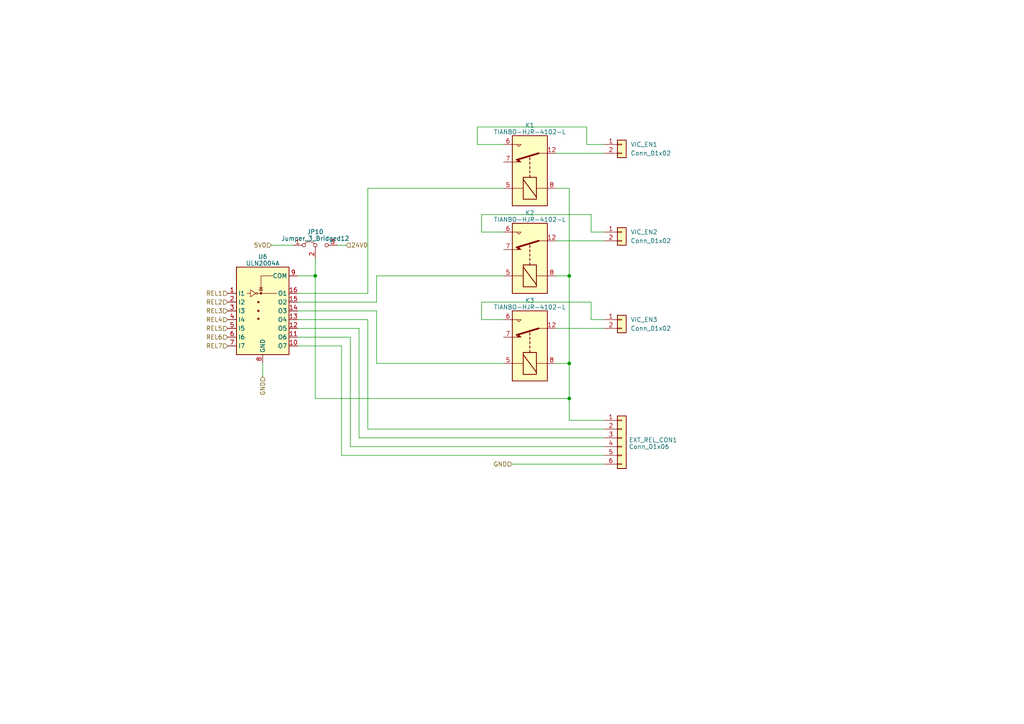
<source format=kicad_sch>
(kicad_sch (version 20230121) (generator eeschema)
  (paper "A4")
  (lib_symbols
    (symbol "Connector_Generic:Conn_01x02" (pin_names (offset 1.016) hide)
      (property "Reference" "J" (at 0 2.54 0))
      (property "Value" "Conn_01x02" (at 0 -5.08 0))
      (symbol "Conn_01x02_1_1"
        (rectangle (start -1.27 -2.413) (end 0 -2.667) (stroke (width 0.1524)))
        (rectangle (start -1.27 0.127) (end 0 -0.127) (stroke (width 0.1524)))
        (rectangle (start -1.27 1.27) (end 1.27 -3.81) (stroke (width 0.254)) (fill (type background)))
        (pin passive line (at -5.08 0 0) (length 3.81) (name "Pin_1") (number "1"))
        (pin passive line (at -5.08 -2.54 0) (length 3.81) (name "Pin_2") (number "2"))
      )
    )
    (symbol "Connector_Generic:Conn_01x06" (pin_names (offset 1.016) hide)
      (property "Reference" "J" (at 0 7.62 0))
      (property "Value" "Conn_01x06" (at 0 -10.16 0))
      (symbol "Conn_01x06_1_1"
        (rectangle (start -1.27 -7.493) (end 0 -7.747) (stroke (width 0.1524)))
        (rectangle (start -1.27 -4.953) (end 0 -5.207) (stroke (width 0.1524)))
        (rectangle (start -1.27 -2.413) (end 0 -2.667) (stroke (width 0.1524)))
        (rectangle (start -1.27 0.127) (end 0 -0.127) (stroke (width 0.1524)))
        (rectangle (start -1.27 2.667) (end 0 2.413) (stroke (width 0.1524)))
        (rectangle (start -1.27 5.207) (end 0 4.953) (stroke (width 0.1524)))
        (rectangle (start -1.27 6.35) (end 1.27 -8.89) (stroke (width 0.254)) (fill (type background)))
        (pin passive line (at -5.08 5.08 0) (length 3.81) (name "Pin_1") (number "1"))
        (pin passive line (at -5.08 2.54 0) (length 3.81) (name "Pin_2") (number "2"))
        (pin passive line (at -5.08 0 0) (length 3.81) (name "Pin_3") (number "3"))
        (pin passive line (at -5.08 -2.54 0) (length 3.81) (name "Pin_4") (number "4"))
        (pin passive line (at -5.08 -5.08 0) (length 3.81) (name "Pin_5") (number "5"))
        (pin passive line (at -5.08 -7.62 0) (length 3.81) (name "Pin_6") (number "6"))
      )
    )
    (symbol "Jumper:Jumper_3_Bridged12" (pin_names (offset 0) hide)
      (property "Reference" "JP" (at -2.54 -2.54 0))
      (property "Value" "Jumper_3_Bridged12" (at 0 2.794 0))
      (symbol "Jumper_3_Bridged12_0_0"
        (circle (center -3.302 0) (radius 0.508))
        (circle (center 0 0) (radius 0.508))
        (circle (center 3.302 0) (radius 0.508))
      )
      (symbol "Jumper_3_Bridged12_0_1"
        (arc (start -0.254 0.508) (mid -1.651 0.9912) (end -3.048 0.508))
        (polyline (pts (xy 0 -1.27) (xy 0 -0.508)))
      )
      (symbol "Jumper_3_Bridged12_1_1"
        (pin passive line (at -6.35 0 0) (length 2.54) (name "A") (number "1"))
        (pin passive line (at 0 -3.81 90) (length 2.54) (name "C") (number "2"))
        (pin passive line (at 6.35 0 180) (length 2.54) (name "B") (number "3"))
      )
    )
    (symbol "Relay:TIANBO-HJR-4102-L"
      (property "Reference" "K" (at 11.43 3.81 0))
      (property "Value" "TIANBO-HJR-4102-L" (at 11.43 1.27 0))
      (symbol "TIANBO-HJR-4102-L_0_0"
        (polyline (pts (xy 7.62 5.08) (xy 7.62 2.54) (xy 6.985 3.175) (xy 7.62 3.81)))
      )
      (symbol "TIANBO-HJR-4102-L_0_1"
        (rectangle (start -10.16 5.08) (end 10.16 -5.08) (stroke (width 0.254)) (fill (type background)))
        (rectangle (start -8.255 1.905) (end -1.905 -1.905) (stroke (width 0.254)))
        (polyline (pts (xy -7.62 -1.905) (xy -2.54 1.905)) (stroke (width 0.254)))
        (polyline (pts (xy -5.08 -5.08) (xy -5.08 -1.905)))
        (polyline (pts (xy -5.08 5.08) (xy -5.08 1.905)))
        (polyline (pts (xy -1.905 0) (xy -1.27 0)) (stroke (width 0.254)))
        (polyline (pts (xy -0.635 0) (xy 0 0)) (stroke (width 0.254)))
        (polyline (pts (xy 0.635 0) (xy 1.27 0)) (stroke (width 0.254)))
        (polyline (pts (xy 1.905 0) (xy 2.54 0)) (stroke (width 0.254)))
        (polyline (pts (xy 3.175 0) (xy 3.81 0)) (stroke (width 0.254)))
        (polyline (pts (xy 5.08 -2.54) (xy 3.175 3.81)) (stroke (width 0.508)))
        (polyline (pts (xy 5.08 -2.54) (xy 5.08 -5.08)))
        (polyline (pts (xy 2.54 5.08) (xy 2.54 2.54) (xy 3.175 3.175) (xy 2.54 3.81)) (fill (type outline)))
      )
      (symbol "TIANBO-HJR-4102-L_1_1"
        (pin passive line (at 5.08 -7.62 90) (length 2.54) (name "~") (number "12"))
        (pin passive line (at -5.08 7.62 270) (length 2.54) (name "~") (number "5"))
        (pin passive line (at 7.62 7.62 270) (length 2.54) (name "~") (number "6"))
        (pin passive line (at 2.54 7.62 270) (length 2.54) (name "~") (number "7"))
        (pin passive line (at -5.08 -7.62 90) (length 2.54) (name "~") (number "8"))
      )
    )
    (symbol "Transistor_Array:ULN2004A"
      (property "Reference" "U" (at 0 15.875 0))
      (property "Value" "ULN2004A" (at 0 13.97 0))
      (symbol "ULN2004A_0_1"
        (rectangle (start -7.62 -12.7) (end 7.62 12.7) (stroke (width 0.254)) (fill (type background)))
        (circle (center -1.778 5.08) (radius 0.254))
        (circle (center -1.27 -2.286) (radius 0.254) (fill (type outline)))
        (circle (center -1.27 0) (radius 0.254) (fill (type outline)))
        (circle (center -1.27 2.54) (radius 0.254) (fill (type outline)))
        (circle (center -0.508 5.08) (radius 0.254) (fill (type outline)))
        (polyline (pts (xy -4.572 5.08) (xy -3.556 5.08)))
        (polyline (pts (xy -1.524 5.08) (xy 4.064 5.08)))
        (polyline (pts (xy 0 6.731) (xy -1.016 6.731)))
        (polyline (pts (xy -0.508 5.08) (xy -0.508 10.16) (xy 2.921 10.16)))
        (polyline (pts (xy -3.556 6.096) (xy -3.556 4.064) (xy -2.032 5.08) (xy -3.556 6.096)))
        (polyline (pts (xy 0 5.969) (xy -1.016 5.969) (xy -0.508 6.731) (xy 0 5.969)))
      )
      (symbol "ULN2004A_1_1"
        (pin input line (at -10.16 5.08 0) (length 2.54) (name "I1") (number "1"))
        (pin open_collector line (at 10.16 -10.16 180) (length 2.54) (name "O7") (number "10"))
        (pin open_collector line (at 10.16 -7.62 180) (length 2.54) (name "O6") (number "11"))
        (pin open_collector line (at 10.16 -5.08 180) (length 2.54) (name "O5") (number "12"))
        (pin open_collector line (at 10.16 -2.54 180) (length 2.54) (name "O4") (number "13"))
        (pin open_collector line (at 10.16 0 180) (length 2.54) (name "O3") (number "14"))
        (pin open_collector line (at 10.16 2.54 180) (length 2.54) (name "O2") (number "15"))
        (pin open_collector line (at 10.16 5.08 180) (length 2.54) (name "O1") (number "16"))
        (pin input line (at -10.16 2.54 0) (length 2.54) (name "I2") (number "2"))
        (pin input line (at -10.16 0 0) (length 2.54) (name "I3") (number "3"))
        (pin input line (at -10.16 -2.54 0) (length 2.54) (name "I4") (number "4"))
        (pin input line (at -10.16 -5.08 0) (length 2.54) (name "I5") (number "5"))
        (pin input line (at -10.16 -7.62 0) (length 2.54) (name "I6") (number "6"))
        (pin input line (at -10.16 -10.16 0) (length 2.54) (name "I7") (number "7"))
        (pin power_in line (at 0 -15.24 90) (length 2.54) (name "GND") (number "8"))
        (pin passive line (at 10.16 10.16 180) (length 2.54) (name "COM") (number "9"))
      )
    )
  )
  (junction (at 165.1 80.01))
  (junction (at 165.1 105.41))
  (junction (at 91.44 80.01))
  (junction (at 165.1 115.57))
  (wire (pts (xy 104.14 127) (xy 175.26 127)))
  (wire (pts (xy 161.29 69.85) (xy 175.26 69.85)))
  (wire (pts (xy 138.43 41.91) (xy 138.43 36.83)))
  (wire (pts (xy 91.44 115.57) (xy 91.44 80.01)))
  (wire (pts (xy 109.22 90.17) (xy 109.22 105.41)))
  (wire (pts (xy 86.36 87.63) (xy 109.22 87.63)))
  (wire (pts (xy 139.7 92.71) (xy 139.7 87.63)))
  (wire (pts (xy 109.22 87.63) (xy 109.22 80.01)))
  (wire (pts (xy 91.44 115.57) (xy 165.1 115.57)))
  (wire (pts (xy 161.29 105.41) (xy 165.1 105.41)))
  (wire (pts (xy 165.1 105.41) (xy 165.1 115.57)))
  (wire (pts (xy 109.22 80.01) (xy 146.05 80.01)))
  (wire (pts (xy 171.45 87.63) (xy 171.45 92.71)))
  (wire (pts (xy 91.44 74.93) (xy 91.44 80.01)))
  (wire (pts (xy 106.68 92.71) (xy 106.68 124.46)))
  (wire (pts (xy 161.29 80.01) (xy 165.1 80.01)))
  (wire (pts (xy 99.06 132.08) (xy 99.06 100.33)))
  (wire (pts (xy 139.7 87.63) (xy 171.45 87.63)))
  (wire (pts (xy 101.6 97.79) (xy 86.36 97.79)))
  (wire (pts (xy 101.6 129.54) (xy 101.6 97.79)))
  (wire (pts (xy 171.45 92.71) (xy 175.26 92.71)))
  (wire (pts (xy 175.26 134.62) (xy 148.59 134.62)))
  (wire (pts (xy 86.36 95.25) (xy 104.14 95.25)))
  (wire (pts (xy 146.05 67.31) (xy 139.7 67.31)))
  (wire (pts (xy 86.36 80.01) (xy 91.44 80.01)))
  (wire (pts (xy 170.18 36.83) (xy 170.18 41.91)))
  (wire (pts (xy 139.7 62.23) (xy 171.45 62.23)))
  (wire (pts (xy 165.1 121.92) (xy 175.26 121.92)))
  (wire (pts (xy 86.36 85.09) (xy 106.68 85.09)))
  (wire (pts (xy 78.74 71.12) (xy 85.09 71.12)))
  (wire (pts (xy 104.14 95.25) (xy 104.14 127)))
  (wire (pts (xy 171.45 62.23) (xy 171.45 67.31)))
  (wire (pts (xy 106.68 85.09) (xy 106.68 54.61)))
  (wire (pts (xy 165.1 80.01) (xy 165.1 105.41)))
  (wire (pts (xy 161.29 44.45) (xy 175.26 44.45)))
  (wire (pts (xy 109.22 105.41) (xy 146.05 105.41)))
  (wire (pts (xy 175.26 124.46) (xy 106.68 124.46)))
  (wire (pts (xy 175.26 129.54) (xy 101.6 129.54)))
  (wire (pts (xy 86.36 90.17) (xy 109.22 90.17)))
  (wire (pts (xy 175.26 132.08) (xy 99.06 132.08)))
  (wire (pts (xy 161.29 54.61) (xy 165.1 54.61)))
  (wire (pts (xy 76.2 105.41) (xy 76.2 109.22)))
  (wire (pts (xy 146.05 92.71) (xy 139.7 92.71)))
  (wire (pts (xy 86.36 92.71) (xy 106.68 92.71)))
  (wire (pts (xy 99.06 100.33) (xy 86.36 100.33)))
  (wire (pts (xy 146.05 41.91) (xy 138.43 41.91)))
  (wire (pts (xy 161.29 95.25) (xy 175.26 95.25)))
  (wire (pts (xy 139.7 67.31) (xy 139.7 62.23)))
  (wire (pts (xy 97.79 71.12) (xy 100.33 71.12)))
  (wire (pts (xy 106.68 54.61) (xy 146.05 54.61)))
  (wire (pts (xy 165.1 115.57) (xy 165.1 121.92)))
  (wire (pts (xy 170.18 41.91) (xy 175.26 41.91)))
  (wire (pts (xy 165.1 54.61) (xy 165.1 80.01)))
  (wire (pts (xy 138.43 36.83) (xy 170.18 36.83)))
  (wire (pts (xy 171.45 67.31) (xy 175.26 67.31)))
  (hierarchical_label "24V0" (shape input) (at 100.33 71.12 0))
  (hierarchical_label "REL2" (shape input) (at 66.04 87.63 180))
  (hierarchical_label "REL7" (shape input) (at 66.04 100.33 180))
  (hierarchical_label "GND" (shape input) (at 148.59 134.62 180))
  (hierarchical_label "REL5" (shape input) (at 66.04 95.25 180))
  (hierarchical_label "5V0" (shape input) (at 78.74 71.12 180))
  (hierarchical_label "REL6" (shape input) (at 66.04 97.79 180))
  (hierarchical_label "GND" (shape input) (at 76.2 109.22 270))
  (hierarchical_label "REL1" (shape input) (at 66.04 85.09 180))
  (hierarchical_label "REL3" (shape input) (at 66.04 90.17 180))
  (hierarchical_label "REL4" (shape input) (at 66.04 92.71 180))
  (symbol (lib_id "Transistor_Array:ULN2004A") (at 76.2 90.17 0) (unit 1)
    (property "Reference" "U6" (at 76.2 74.4601 0))
    (property "Value" "ULN2004A" (at 76.2 76.3811 0))
    (property "Footprint" "Package_SO:TSSOP-16_4.4x5mm_P0.65mm" (effects hide))
    (property "Datasheet" "http://www.ti.com/lit/ds/symlink/uln2003a.pdf" (effects hide))
  )
  (symbol (lib_id "Relay:TIANBO-HJR-4102-L") (at 153.67 100.33 90) (unit 1)
    (property "Reference" "K3" (at 153.67 87.1601 90))
    (property "Value" "TIANBO-HJR-4102-L" (at 153.67 89.0811 90))
    (property "Footprint" "Relay_THT:Relay_SPDT_HJR-4102" (effects hide))
    (property "Datasheet" "https://cdn-reichelt.de/documents/datenblatt/C300/DS_HJR4102E.pdf" (effects hide))
    (property "Field4" "https://www.reichelt.de/dil-miniaturrelais-hjr-4102-24v-1-wechsler-5a-hjr-4102-l-24v-p101952.html?&nbc=1" (effects hide))
  )
  (symbol (lib_id "Connector_Generic:Conn_01x06") (at 180.34 127 0) (unit 1)
    (property "Reference" "EXT_REL_CON1" (at 182.372 127.6263 0) (effects (justify left)))
    (property "Value" "Conn_01x06" (at 182.372 129.5473 0) (effects (justify left)))
    (property "Footprint" "Connector_JST:JST_XH_B5B-XH-A_1x05_P2.50mm_Vertical" (effects hide))
  )
  (symbol (lib_id "Relay:TIANBO-HJR-4102-L") (at 153.67 49.53 90) (unit 1)
    (property "Reference" "K1" (at 153.67 36.3601 90))
    (property "Value" "TIANBO-HJR-4102-L" (at 153.67 38.2811 90))
    (property "Footprint" "Relay_THT:Relay_SPDT_HJR-4102" (effects hide))
    (property "Datasheet" "https://cdn-reichelt.de/documents/datenblatt/C300/DS_HJR4102E.pdf" (effects hide))
    (property "Field4" "https://www.reichelt.de/dil-miniaturrelais-hjr-4102-24v-1-wechsler-5a-hjr-4102-l-24v-p101952.html?&nbc=1" (effects hide))
  )
  (symbol (lib_id "Connector_Generic:Conn_01x02") (at 180.34 41.91 0) (unit 1)
    (property "Reference" "VIC_EN1" (at 182.88 41.91 0) (effects (justify left)))
    (property "Value" "Conn_01x02" (at 182.88 44.45 0) (effects (justify left)))
    (property "Footprint" "Connector_Phoenix_MC:PhoenixContact_MC_1,5_2-G-3.5_1x02_P3.50mm_Horizontal" (effects hide))
  )
  (symbol (lib_id "Connector_Generic:Conn_01x02") (at 180.34 92.71 0) (unit 1)
    (property "Reference" "VIC_EN3" (at 182.88 92.71 0) (effects (justify left)))
    (property "Value" "Conn_01x02" (at 182.88 95.25 0) (effects (justify left)))
    (property "Footprint" "Connector_Phoenix_MC:PhoenixContact_MC_1,5_2-G-3.5_1x02_P3.50mm_Horizontal" (effects hide))
  )
  (symbol (lib_id "Connector_Generic:Conn_01x02") (at 180.34 67.31 0) (unit 1)
    (property "Reference" "VIC_EN2" (at 182.88 67.31 0) (effects (justify left)))
    (property "Value" "Conn_01x02" (at 182.88 69.85 0) (effects (justify left)))
    (property "Footprint" "Connector_Phoenix_MC:PhoenixContact_MC_1,5_2-G-3.5_1x02_P3.50mm_Horizontal" (effects hide))
  )
  (symbol (lib_id "Jumper:Jumper_3_Bridged12") (at 91.44 71.12 0) (unit 1)
    (property "Reference" "JP10" (at 91.44 67.2459 0))
    (property "Value" "Jumper_3_Bridged12" (at 91.44 69.1669 0))
    (property "Footprint" "Connector_PinHeader_2.54mm:PinHeader_1x03_P2.54mm_Vertical" (effects hide))
    (instances (project "rollo control" (path "" (reference "JP10") (unit 1)) (path "" (reference "JP7") (unit 1))))
  )
  (symbol (lib_id "Relay:TIANBO-HJR-4102-L") (at 153.67 74.93 90) (unit 1)
    (property "Reference" "K2" (at 153.67 61.7601 90))
    (property "Value" "TIANBO-HJR-4102-L" (at 153.67 63.6811 90))
    (property "Footprint" "Relay_THT:Relay_SPDT_HJR-4102" (effects hide))
    (property "Datasheet" "https://cdn-reichelt.de/documents/datenblatt/C300/DS_HJR4102E.pdf" (effects hide))
    (property "Field4" "https://www.reichelt.de/dil-miniaturrelais-hjr-4102-24v-1-wechsler-5a-hjr-4102-l-24v-p101952.html?&nbc=1" (effects hide))
  )
)
</source>
